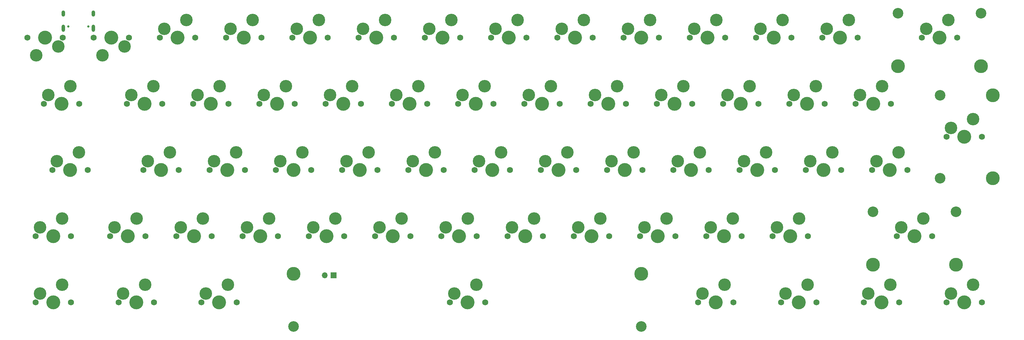
<source format=gbr>
%TF.GenerationSoftware,KiCad,Pcbnew,8.0.3*%
%TF.CreationDate,2024-10-13T01:02:16+08:00*%
%TF.ProjectId,PH60_Rev3,50483630-5f52-4657-9633-2e6b69636164,rev?*%
%TF.SameCoordinates,Original*%
%TF.FileFunction,Soldermask,Top*%
%TF.FilePolarity,Negative*%
%FSLAX46Y46*%
G04 Gerber Fmt 4.6, Leading zero omitted, Abs format (unit mm)*
G04 Created by KiCad (PCBNEW 8.0.3) date 2024-10-13 01:02:16*
%MOMM*%
%LPD*%
G01*
G04 APERTURE LIST*
%ADD10C,1.750000*%
%ADD11C,4.000000*%
%ADD12C,3.600000*%
%ADD13C,3.048000*%
%ADD14C,3.987800*%
%ADD15R,1.700000X1.700000*%
%ADD16O,1.700000X1.700000*%
%ADD17C,0.650000*%
%ADD18O,1.000000X1.800000*%
%ADD19O,1.000000X2.100000*%
G04 APERTURE END LIST*
D10*
%TO.C,S30*%
X66357500Y-76200000D03*
D11*
X71437500Y-76200000D03*
D10*
X76517500Y-76200000D03*
D12*
X67627500Y-73660000D03*
X73977500Y-71120000D03*
%TD*%
D10*
%TO.C,S27*%
X271145000Y-57150000D03*
D11*
X276225000Y-57150000D03*
D10*
X281305000Y-57150000D03*
D12*
X272415000Y-54610000D03*
X278765000Y-52070000D03*
%TD*%
D10*
%TO.C,S42*%
X35401250Y-95250000D03*
D11*
X40481250Y-95250000D03*
D10*
X45561250Y-95250000D03*
D12*
X36671250Y-92710000D03*
X43021250Y-90170000D03*
%TD*%
D10*
%TO.C,S32*%
X104457500Y-76200000D03*
D11*
X109537500Y-76200000D03*
D10*
X114617500Y-76200000D03*
D12*
X105727500Y-73660000D03*
X112077500Y-71120000D03*
%TD*%
D10*
%TO.C,S38*%
X218757500Y-76200000D03*
D11*
X223837500Y-76200000D03*
D10*
X228917500Y-76200000D03*
D12*
X220027500Y-73660000D03*
X226377500Y-71120000D03*
%TD*%
D10*
%TO.C,S35*%
X161607500Y-76200000D03*
D11*
X166687500Y-76200000D03*
D10*
X171767500Y-76200000D03*
D12*
X162877500Y-73660000D03*
X169227500Y-71120000D03*
%TD*%
D10*
%TO.C,S4*%
X90170000Y-38100000D03*
D11*
X95250000Y-38100000D03*
D10*
X100330000Y-38100000D03*
D12*
X91440000Y-35560000D03*
X97790000Y-33020000D03*
%TD*%
D10*
%TO.C,S2*%
X62230000Y-38100000D03*
D11*
X57150000Y-38100000D03*
D10*
X52070000Y-38100000D03*
D12*
X60960000Y-40640000D03*
X54610000Y-43180000D03*
%TD*%
D10*
%TO.C,S22*%
X175895000Y-57150000D03*
D11*
X180975000Y-57150000D03*
D10*
X186055000Y-57150000D03*
D12*
X177165000Y-54610000D03*
X183515000Y-52070000D03*
%TD*%
D10*
%TO.C,S28*%
X297338750Y-66675000D03*
D11*
X302418750Y-66675000D03*
D10*
X307498750Y-66675000D03*
D12*
X298608750Y-64135000D03*
X304958750Y-61595000D03*
%TD*%
D10*
%TO.C,S46*%
X113982500Y-95250000D03*
D11*
X119062500Y-95250000D03*
D10*
X124142500Y-95250000D03*
D12*
X115252500Y-92710000D03*
X121602500Y-90170000D03*
%TD*%
D13*
%TO.C,REF\u002A\u002A*%
X295433750Y-78613000D03*
D14*
X310643750Y-78613000D03*
D13*
X295433750Y-54737000D03*
D14*
X310643750Y-54737000D03*
%TD*%
D10*
%TO.C,S1*%
X43180000Y-38100000D03*
D11*
X38100000Y-38100000D03*
D10*
X33020000Y-38100000D03*
D12*
X41910000Y-40640000D03*
X35560000Y-43180000D03*
%TD*%
D10*
%TO.C,S54*%
X283051250Y-95250000D03*
D11*
X288131250Y-95250000D03*
D10*
X293211250Y-95250000D03*
D12*
X284321250Y-92710000D03*
X290671250Y-90170000D03*
%TD*%
D10*
%TO.C,S10*%
X204470000Y-38100000D03*
D11*
X209550000Y-38100000D03*
D10*
X214630000Y-38100000D03*
D12*
X205740000Y-35560000D03*
X212090000Y-33020000D03*
%TD*%
D13*
%TO.C,REF\u002A\u002A*%
X283337000Y-31115000D03*
D14*
X283337000Y-46325000D03*
D13*
X307213000Y-31115000D03*
D14*
X307213000Y-46325000D03*
%TD*%
D10*
%TO.C,S34*%
X142557500Y-76200000D03*
D11*
X147637500Y-76200000D03*
D10*
X152717500Y-76200000D03*
D12*
X143827500Y-73660000D03*
X150177500Y-71120000D03*
%TD*%
D10*
%TO.C,S15*%
X37782500Y-57150000D03*
D11*
X42862500Y-57150000D03*
D10*
X47942500Y-57150000D03*
D12*
X39052500Y-54610000D03*
X45402500Y-52070000D03*
%TD*%
D10*
%TO.C,S56*%
X59213750Y-114300000D03*
D11*
X64293750Y-114300000D03*
D10*
X69373750Y-114300000D03*
D12*
X60483750Y-111760000D03*
X66833750Y-109220000D03*
%TD*%
D10*
%TO.C,S20*%
X137795000Y-57150000D03*
D11*
X142875000Y-57150000D03*
D10*
X147955000Y-57150000D03*
D12*
X139065000Y-54610000D03*
X145415000Y-52070000D03*
%TD*%
D10*
%TO.C,S17*%
X80645000Y-57150000D03*
D11*
X85725000Y-57150000D03*
D10*
X90805000Y-57150000D03*
D12*
X81915000Y-54610000D03*
X88265000Y-52070000D03*
%TD*%
D10*
%TO.C,S31*%
X85407500Y-76200000D03*
D11*
X90487500Y-76200000D03*
D10*
X95567500Y-76200000D03*
D12*
X86677500Y-73660000D03*
X93027500Y-71120000D03*
%TD*%
D13*
%TO.C,REF\u002A\u002A*%
X276193250Y-88265000D03*
D14*
X276193250Y-103475000D03*
D13*
X300069250Y-88265000D03*
D14*
X300069250Y-103475000D03*
%TD*%
D10*
%TO.C,S48*%
X152082500Y-95250000D03*
D11*
X157162500Y-95250000D03*
D10*
X162242500Y-95250000D03*
D12*
X153352500Y-92710000D03*
X159702500Y-90170000D03*
%TD*%
D10*
%TO.C,S51*%
X209232500Y-95250000D03*
D11*
X214312500Y-95250000D03*
D10*
X219392500Y-95250000D03*
D12*
X210502500Y-92710000D03*
X216852500Y-90170000D03*
%TD*%
D10*
%TO.C,S23*%
X194945000Y-57150000D03*
D11*
X200025000Y-57150000D03*
D10*
X205105000Y-57150000D03*
D12*
X196215000Y-54610000D03*
X202565000Y-52070000D03*
%TD*%
D10*
%TO.C,S50*%
X190182500Y-95250000D03*
D11*
X195262500Y-95250000D03*
D10*
X200342500Y-95250000D03*
D12*
X191452500Y-92710000D03*
X197802500Y-90170000D03*
%TD*%
D10*
%TO.C,S18*%
X99695000Y-57150000D03*
D11*
X104775000Y-57150000D03*
D10*
X109855000Y-57150000D03*
D12*
X100965000Y-54610000D03*
X107315000Y-52070000D03*
%TD*%
D10*
%TO.C,S33*%
X123507500Y-76200000D03*
D11*
X128587500Y-76200000D03*
D10*
X133667500Y-76200000D03*
D12*
X124777500Y-73660000D03*
X131127500Y-71120000D03*
%TD*%
D10*
%TO.C,S61*%
X273526250Y-114300000D03*
D11*
X278606250Y-114300000D03*
D10*
X283686250Y-114300000D03*
D12*
X274796250Y-111760000D03*
X281146250Y-109220000D03*
%TD*%
D10*
%TO.C,S16*%
X61595000Y-57150000D03*
D11*
X66675000Y-57150000D03*
D10*
X71755000Y-57150000D03*
D12*
X62865000Y-54610000D03*
X69215000Y-52070000D03*
%TD*%
D10*
%TO.C,S60*%
X249713750Y-114300000D03*
D11*
X254793750Y-114300000D03*
D10*
X259873750Y-114300000D03*
D12*
X250983750Y-111760000D03*
X257333750Y-109220000D03*
%TD*%
D10*
%TO.C,S58*%
X154463750Y-114300000D03*
D11*
X159543750Y-114300000D03*
D10*
X164623750Y-114300000D03*
D12*
X155733750Y-111760000D03*
X162083750Y-109220000D03*
%TD*%
D10*
%TO.C,S24*%
X213995000Y-57150000D03*
D11*
X219075000Y-57150000D03*
D10*
X224155000Y-57150000D03*
D12*
X215265000Y-54610000D03*
X221615000Y-52070000D03*
%TD*%
D10*
%TO.C,S29*%
X40163750Y-76200000D03*
D11*
X45243750Y-76200000D03*
D10*
X50323750Y-76200000D03*
D12*
X41433750Y-73660000D03*
X47783750Y-71120000D03*
%TD*%
D10*
%TO.C,S37*%
X199707500Y-76200000D03*
D11*
X204787500Y-76200000D03*
D10*
X209867500Y-76200000D03*
D12*
X200977500Y-73660000D03*
X207327500Y-71120000D03*
%TD*%
D10*
%TO.C,S43*%
X56832500Y-95250000D03*
D11*
X61912500Y-95250000D03*
D10*
X66992500Y-95250000D03*
D12*
X58102500Y-92710000D03*
X64452500Y-90170000D03*
%TD*%
D10*
%TO.C,S3*%
X71120000Y-38100000D03*
D11*
X76200000Y-38100000D03*
D10*
X81280000Y-38100000D03*
D12*
X72390000Y-35560000D03*
X78740000Y-33020000D03*
%TD*%
D10*
%TO.C,S36*%
X180657500Y-76200000D03*
D11*
X185737500Y-76200000D03*
D10*
X190817500Y-76200000D03*
D12*
X181927500Y-73660000D03*
X188277500Y-71120000D03*
%TD*%
D10*
%TO.C,S6*%
X128270000Y-38100000D03*
D11*
X133350000Y-38100000D03*
D10*
X138430000Y-38100000D03*
D12*
X129540000Y-35560000D03*
X135890000Y-33020000D03*
%TD*%
D10*
%TO.C,S55*%
X35401250Y-114300000D03*
D11*
X40481250Y-114300000D03*
D10*
X45561250Y-114300000D03*
D12*
X36671250Y-111760000D03*
X43021250Y-109220000D03*
%TD*%
D10*
%TO.C,S25*%
X233045000Y-57150000D03*
D11*
X238125000Y-57150000D03*
D10*
X243205000Y-57150000D03*
D12*
X234315000Y-54610000D03*
X240665000Y-52070000D03*
%TD*%
D10*
%TO.C,S9*%
X185420000Y-38100000D03*
D11*
X190500000Y-38100000D03*
D10*
X195580000Y-38100000D03*
D12*
X186690000Y-35560000D03*
X193040000Y-33020000D03*
%TD*%
D10*
%TO.C,S26*%
X252095000Y-57150000D03*
D11*
X257175000Y-57150000D03*
D10*
X262255000Y-57150000D03*
D12*
X253365000Y-54610000D03*
X259715000Y-52070000D03*
%TD*%
D10*
%TO.C,S11*%
X223520000Y-38100000D03*
D11*
X228600000Y-38100000D03*
D10*
X233680000Y-38100000D03*
D12*
X224790000Y-35560000D03*
X231140000Y-33020000D03*
%TD*%
D10*
%TO.C,S59*%
X225901250Y-114300000D03*
D11*
X230981250Y-114300000D03*
D10*
X236061250Y-114300000D03*
D12*
X227171250Y-111760000D03*
X233521250Y-109220000D03*
%TD*%
D10*
%TO.C,S53*%
X247332500Y-95250000D03*
D11*
X252412500Y-95250000D03*
D10*
X257492500Y-95250000D03*
D12*
X248602500Y-92710000D03*
X254952500Y-90170000D03*
%TD*%
D10*
%TO.C,S12*%
X242570000Y-38100000D03*
D11*
X247650000Y-38100000D03*
D10*
X252730000Y-38100000D03*
D12*
X243840000Y-35560000D03*
X250190000Y-33020000D03*
%TD*%
D10*
%TO.C,S57*%
X83026250Y-114300000D03*
D11*
X88106250Y-114300000D03*
D10*
X93186250Y-114300000D03*
D12*
X84296250Y-111760000D03*
X90646250Y-109220000D03*
%TD*%
D10*
%TO.C,S8*%
X166370000Y-38100000D03*
D11*
X171450000Y-38100000D03*
D10*
X176530000Y-38100000D03*
D12*
X167640000Y-35560000D03*
X173990000Y-33020000D03*
%TD*%
D10*
%TO.C,S13*%
X261620000Y-38100000D03*
D11*
X266700000Y-38100000D03*
D10*
X271780000Y-38100000D03*
D12*
X262890000Y-35560000D03*
X269240000Y-33020000D03*
%TD*%
D10*
%TO.C,S14*%
X290195000Y-38100000D03*
D11*
X295275000Y-38100000D03*
D10*
X300355000Y-38100000D03*
D12*
X291465000Y-35560000D03*
X297815000Y-33020000D03*
%TD*%
D10*
%TO.C,S21*%
X156845000Y-57150000D03*
D11*
X161925000Y-57150000D03*
D10*
X167005000Y-57150000D03*
D12*
X158115000Y-54610000D03*
X164465000Y-52070000D03*
%TD*%
D10*
%TO.C,S19*%
X118745000Y-57150000D03*
D11*
X123825000Y-57150000D03*
D10*
X128905000Y-57150000D03*
D12*
X120015000Y-54610000D03*
X126365000Y-52070000D03*
%TD*%
D13*
%TO.C,REF\u002A\u002A*%
X209543750Y-121285000D03*
D14*
X209543750Y-106075000D03*
D13*
X109543750Y-121285000D03*
D14*
X109543750Y-106075000D03*
%TD*%
D10*
%TO.C,S5*%
X109220000Y-38100000D03*
D11*
X114300000Y-38100000D03*
D10*
X119380000Y-38100000D03*
D12*
X110490000Y-35560000D03*
X116840000Y-33020000D03*
%TD*%
D10*
%TO.C,S45*%
X94932500Y-95250000D03*
D11*
X100012500Y-95250000D03*
D10*
X105092500Y-95250000D03*
D12*
X96202500Y-92710000D03*
X102552500Y-90170000D03*
%TD*%
D10*
%TO.C,S62*%
X297338750Y-114300000D03*
D11*
X302418750Y-114300000D03*
D10*
X307498750Y-114300000D03*
D12*
X298608750Y-111760000D03*
X304958750Y-109220000D03*
%TD*%
D10*
%TO.C,S52*%
X228282500Y-95250000D03*
D11*
X233362500Y-95250000D03*
D10*
X238442500Y-95250000D03*
D12*
X229552500Y-92710000D03*
X235902500Y-90170000D03*
%TD*%
D10*
%TO.C,S7*%
X147320000Y-38100000D03*
D11*
X152400000Y-38100000D03*
D10*
X157480000Y-38100000D03*
D12*
X148590000Y-35560000D03*
X154940000Y-33020000D03*
%TD*%
D10*
%TO.C,S41*%
X275907500Y-76200000D03*
D11*
X280987500Y-76200000D03*
D10*
X286067500Y-76200000D03*
D12*
X277177500Y-73660000D03*
X283527500Y-71120000D03*
%TD*%
D10*
%TO.C,S49*%
X171132500Y-95250000D03*
D11*
X176212500Y-95250000D03*
D10*
X181292500Y-95250000D03*
D12*
X172402500Y-92710000D03*
X178752500Y-90170000D03*
%TD*%
D10*
%TO.C,S44*%
X75882500Y-95250000D03*
D11*
X80962500Y-95250000D03*
D10*
X86042500Y-95250000D03*
D12*
X77152500Y-92710000D03*
X83502500Y-90170000D03*
%TD*%
D10*
%TO.C,S39*%
X237807500Y-76200000D03*
D11*
X242887500Y-76200000D03*
D10*
X247967500Y-76200000D03*
D12*
X239077500Y-73660000D03*
X245427500Y-71120000D03*
%TD*%
D10*
%TO.C,S40*%
X256857500Y-76200000D03*
D11*
X261937500Y-76200000D03*
D10*
X267017500Y-76200000D03*
D12*
X258127500Y-73660000D03*
X264477500Y-71120000D03*
%TD*%
D10*
%TO.C,S47*%
X133032500Y-95250000D03*
D11*
X138112500Y-95250000D03*
D10*
X143192500Y-95250000D03*
D12*
X134302500Y-92710000D03*
X140652500Y-90170000D03*
%TD*%
D15*
%TO.C,J2*%
X121087500Y-106500000D03*
D16*
X118547500Y-106500000D03*
%TD*%
D17*
%TO.C,J1*%
X44735000Y-34855000D03*
X50515000Y-34855000D03*
D18*
X43305000Y-31175000D03*
D19*
X43305000Y-35355000D03*
D18*
X51945000Y-31175000D03*
D19*
X51945000Y-35355000D03*
%TD*%
M02*

</source>
